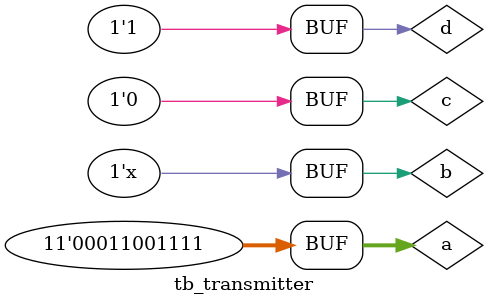
<source format=v>
/*module i2ctransmitter(txdata,data,txclk,startbit,txreset);
input [15:0]data;
input txclk;
input txreset;
input startbit;
output [18:0]txdata;
parameter tx_initial=0;
parameter txmode=1;
reg state;
wire [15:0]data;
reg [18:0]txdata;
reg parity;
integer i;
initial 
begin 
txdata=18'b000000000000000000;
parity=0;
i=0;
end
always @(posedge txclk)
begin 
  if (txreset==0)
  begin
  state<=0;
  txdata<=0;
  end
  else
  case (state)
    tx_initial: 
       begin
       if (startbit==0)
       begin 
       state<=tx_initial;
       txdata<=0;
       end
       else
       state<=txmode;
       end

     txmode:
       begin  
       txdata[0]=0;
       for (i=1;i<17;i=i+1)
       begin 
       txdata[i]=data[i-1];
       parity = parity^txdata[i];
       end
       txdata[17] = parity;
       txdata[18] = 0;
        state<=tx_initial;
       end
endcase 
end
endmodule 

module tb_transmitter();
reg [15:0]a;
reg b,c,d;
wire [18:0]e;
initial 
begin 
b=1'b0;
c=1'b1;
d=1'b0;
#10 d=1'b1;
end
always
#5 b=~b;
uarttransmitter u1(.txdata(e),.data(a),.txclk(b),.startbit(c),.txreset(d));
initial 
begin 
a=15'b110011001100110;
end
endmodule
*/

module uarttransmitter(txdata,data,txclk,startbit,txreset);

input [7:0]data;
output [11:0]txdata;
input txclk;
input startbit;
input txreset;
parameter tx_initial = 0;
parameter txmode = 1;
reg state;
integer i;
wire [7:0]data;
reg [11:0]txdata;
reg stopbit; 
initial
begin
i=0;
txdata=12'b000000000000;
stopbit = 1'b1;
end
always @(negedge txclk)

begin
  if (txreset==0)
  begin 
  state<=0;
  txdata<=0;

  end
  else

  case (state)
  tx_initial:
    begin  
      if (startbit == 0)
      begin
      state<=tx_initial;
      txdata<=0;
      end

      else 
      state<=txmode;
    end
   txmode:
     begin
     for (i=0;i<=7;i=i+1)
     txdata[i+2]=data[i];
     txdata[0] <= startbit;
     txdata[1] <= 1'b1;
     txdata[10] <= 1'b1;
     txdata[11] <= stopbit;
    
     state<=tx_initial;
     end

  endcase 

end 
endmodule

module tb_transmitter();
reg [10:0]a;
reg b,c,d;
wire [7:0]e;

initial 
begin 
b=1'b0;
c=1'b0;
d=1'b0;
#10 d=1'b1;
end

always
#5 b=~b;
uarttransmitter u1(.txdata(e),.data(a),.txclk(b),.startbit(c),.txreset(d));

initial 
begin 
a=8'b11001111;
end

endmodule

</source>
